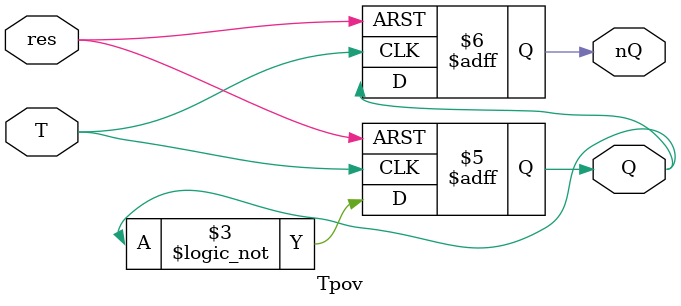
<source format=v>
module Tpov(T, res, Q, nQ);

input T, res ;

output reg Q, nQ;

initial 
begin
Q = 0; 
nQ = 0;
end

always @ (posedge T, negedge res)
if (!res) begin
	Q <= 0;
	nQ <= 1; end
else begin
	Q <= !Q;
	nQ <= Q; end

endmodule
</source>
